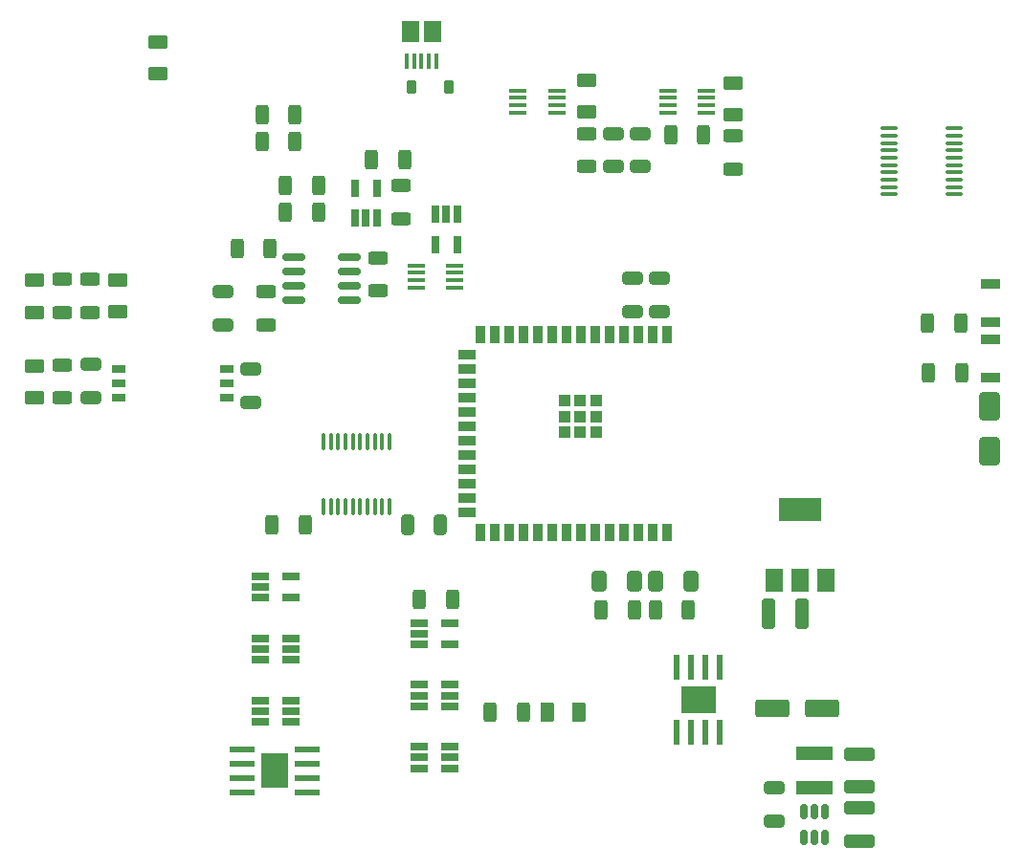
<source format=gbr>
%TF.GenerationSoftware,KiCad,Pcbnew,7.0.6*%
%TF.CreationDate,2024-01-13T22:26:51-05:00*%
%TF.ProjectId,Arch_Bridge,41726368-5f42-4726-9964-67652e6b6963,rev?*%
%TF.SameCoordinates,Original*%
%TF.FileFunction,Paste,Top*%
%TF.FilePolarity,Positive*%
%FSLAX46Y46*%
G04 Gerber Fmt 4.6, Leading zero omitted, Abs format (unit mm)*
G04 Created by KiCad (PCBNEW 7.0.6) date 2024-01-13 22:26:51*
%MOMM*%
%LPD*%
G01*
G04 APERTURE LIST*
G04 Aperture macros list*
%AMRoundRect*
0 Rectangle with rounded corners*
0 $1 Rounding radius*
0 $2 $3 $4 $5 $6 $7 $8 $9 X,Y pos of 4 corners*
0 Add a 4 corners polygon primitive as box body*
4,1,4,$2,$3,$4,$5,$6,$7,$8,$9,$2,$3,0*
0 Add four circle primitives for the rounded corners*
1,1,$1+$1,$2,$3*
1,1,$1+$1,$4,$5*
1,1,$1+$1,$6,$7*
1,1,$1+$1,$8,$9*
0 Add four rect primitives between the rounded corners*
20,1,$1+$1,$2,$3,$4,$5,0*
20,1,$1+$1,$4,$5,$6,$7,0*
20,1,$1+$1,$6,$7,$8,$9,0*
20,1,$1+$1,$8,$9,$2,$3,0*%
G04 Aperture macros list end*
%ADD10R,0.900000X1.500000*%
%ADD11R,1.500000X0.900000*%
%ADD12R,1.000000X1.000000*%
%ADD13RoundRect,0.250000X0.625000X-0.375000X0.625000X0.375000X-0.625000X0.375000X-0.625000X-0.375000X0*%
%ADD14RoundRect,0.250000X0.312500X0.625000X-0.312500X0.625000X-0.312500X-0.625000X0.312500X-0.625000X0*%
%ADD15R,1.700000X0.900000*%
%ADD16RoundRect,0.250000X-0.625000X0.375000X-0.625000X-0.375000X0.625000X-0.375000X0.625000X0.375000X0*%
%ADD17RoundRect,0.250000X-0.650000X0.325000X-0.650000X-0.325000X0.650000X-0.325000X0.650000X0.325000X0*%
%ADD18R,1.560000X0.650000*%
%ADD19RoundRect,0.250000X-0.625000X0.312500X-0.625000X-0.312500X0.625000X-0.312500X0.625000X0.312500X0*%
%ADD20RoundRect,0.250000X0.325000X1.100000X-0.325000X1.100000X-0.325000X-1.100000X0.325000X-1.100000X0*%
%ADD21RoundRect,0.250000X-0.312500X-0.625000X0.312500X-0.625000X0.312500X0.625000X-0.312500X0.625000X0*%
%ADD22RoundRect,0.250000X-0.325000X-0.650000X0.325000X-0.650000X0.325000X0.650000X-0.325000X0.650000X0*%
%ADD23R,1.300000X0.800000*%
%ADD24R,0.400000X1.350000*%
%ADD25R,1.500000X1.900000*%
%ADD26R,2.400000X3.100000*%
%ADD27R,2.200000X0.500000*%
%ADD28RoundRect,0.150000X0.150000X-0.512500X0.150000X0.512500X-0.150000X0.512500X-0.150000X-0.512500X0*%
%ADD29R,1.600000X0.300000*%
%ADD30RoundRect,0.150000X0.825000X0.150000X-0.825000X0.150000X-0.825000X-0.150000X0.825000X-0.150000X0*%
%ADD31R,0.650000X1.560000*%
%ADD32RoundRect,0.250000X0.412500X0.650000X-0.412500X0.650000X-0.412500X-0.650000X0.412500X-0.650000X0*%
%ADD33RoundRect,0.250000X-0.412500X-0.650000X0.412500X-0.650000X0.412500X0.650000X-0.412500X0.650000X0*%
%ADD34R,1.500000X2.000000*%
%ADD35R,3.800000X2.000000*%
%ADD36RoundRect,0.250000X1.100000X-0.325000X1.100000X0.325000X-1.100000X0.325000X-1.100000X-0.325000X0*%
%ADD37RoundRect,0.250000X0.625000X-0.312500X0.625000X0.312500X-0.625000X0.312500X-0.625000X-0.312500X0*%
%ADD38RoundRect,0.250000X-1.100000X0.325000X-1.100000X-0.325000X1.100000X-0.325000X1.100000X0.325000X0*%
%ADD39RoundRect,0.100000X-0.100000X0.637500X-0.100000X-0.637500X0.100000X-0.637500X0.100000X0.637500X0*%
%ADD40R,3.300000X1.200000*%
%ADD41RoundRect,0.250000X0.650000X-1.000000X0.650000X1.000000X-0.650000X1.000000X-0.650000X-1.000000X0*%
%ADD42RoundRect,0.250000X-0.375000X-0.625000X0.375000X-0.625000X0.375000X0.625000X-0.375000X0.625000X0*%
%ADD43RoundRect,0.225000X-0.225000X-0.375000X0.225000X-0.375000X0.225000X0.375000X-0.225000X0.375000X0*%
%ADD44RoundRect,0.250000X0.650000X-0.325000X0.650000X0.325000X-0.650000X0.325000X-0.650000X-0.325000X0*%
%ADD45R,3.100000X2.400000*%
%ADD46R,0.500000X2.200000*%
%ADD47RoundRect,0.250000X1.250000X0.550000X-1.250000X0.550000X-1.250000X-0.550000X1.250000X-0.550000X0*%
%ADD48RoundRect,0.100000X-0.637500X-0.100000X0.637500X-0.100000X0.637500X0.100000X-0.637500X0.100000X0*%
G04 APERTURE END LIST*
D10*
%TO.C,U11*%
X78010000Y-48395000D03*
X76740000Y-48395000D03*
X75470000Y-48395000D03*
X74200000Y-48395000D03*
X72930000Y-48395000D03*
X71660000Y-48395000D03*
X70390000Y-48395000D03*
X69120000Y-48395000D03*
X67850000Y-48395000D03*
X66580000Y-48395000D03*
X65310000Y-48395000D03*
X64040000Y-48395000D03*
X62770000Y-48395000D03*
X61500000Y-48395000D03*
D11*
X60250000Y-50160000D03*
X60250000Y-51430000D03*
X60250000Y-52700000D03*
X60250000Y-53970000D03*
X60250000Y-55240000D03*
X60250000Y-56510000D03*
X60250000Y-57780000D03*
X60250000Y-59050000D03*
X60250000Y-60320000D03*
X60250000Y-61590000D03*
X60250000Y-62860000D03*
X60250000Y-64130000D03*
D10*
X61500000Y-65895000D03*
X62770000Y-65895000D03*
X64040000Y-65895000D03*
X65310000Y-65895000D03*
X66580000Y-65895000D03*
X67850000Y-65895000D03*
X69120000Y-65895000D03*
X70390000Y-65895000D03*
X71660000Y-65895000D03*
X72930000Y-65895000D03*
X74200000Y-65895000D03*
X75470000Y-65895000D03*
X76740000Y-65895000D03*
X78010000Y-65895000D03*
D12*
X71690000Y-54245000D03*
X70290000Y-54245000D03*
X68890000Y-54245000D03*
X71690000Y-55645000D03*
X70290000Y-55645000D03*
X68890000Y-55645000D03*
X71690000Y-57045000D03*
X70290000Y-57045000D03*
X68890000Y-57045000D03*
%TD*%
D13*
%TO.C,F2*%
X32950000Y-25300000D03*
X32950000Y-22500000D03*
%TD*%
D14*
%TO.C,R3*%
X47162500Y-37550000D03*
X44237500Y-37550000D03*
%TD*%
D15*
%TO.C,BOOT1*%
X106600000Y-48775000D03*
X106600000Y-52175000D03*
%TD*%
D16*
%TO.C,D4*%
X22000000Y-51200000D03*
X22000000Y-54000000D03*
%TD*%
D17*
%TO.C,CU6*%
X41150000Y-51475000D03*
X41150000Y-54425000D03*
%TD*%
D18*
%TO.C,U16*%
X56050000Y-73925000D03*
X56050000Y-74875000D03*
X56050000Y-75825000D03*
X58750000Y-75825000D03*
X58750000Y-73925000D03*
%TD*%
D19*
%TO.C,R21*%
X83800000Y-30800000D03*
X83800000Y-33725000D03*
%TD*%
%TO.C,R6*%
X42525000Y-44575000D03*
X42525000Y-47500000D03*
%TD*%
D20*
%TO.C,C4*%
X86975000Y-73150000D03*
X89925000Y-73150000D03*
%TD*%
D14*
%TO.C,R23*%
X59012500Y-71800000D03*
X56087500Y-71800000D03*
%TD*%
D21*
%TO.C,R5*%
X39925000Y-40750000D03*
X42850000Y-40750000D03*
%TD*%
D22*
%TO.C,C10*%
X55000000Y-65250000D03*
X57950000Y-65250000D03*
%TD*%
D13*
%TO.C,D1*%
X29400000Y-46375000D03*
X29400000Y-43575000D03*
%TD*%
D19*
%TO.C,R4*%
X54450000Y-35187500D03*
X54450000Y-38112500D03*
%TD*%
D23*
%TO.C,U6*%
X29500000Y-51460000D03*
X29500000Y-52730000D03*
X29500000Y-54000000D03*
X39000000Y-54000000D03*
X39000000Y-52730000D03*
X39000000Y-51460000D03*
%TD*%
D13*
%TO.C,D8*%
X70900000Y-28700000D03*
X70900000Y-25900000D03*
%TD*%
D24*
%TO.C,USB1*%
X57550000Y-24212500D03*
X56900000Y-24212500D03*
X56250000Y-24212500D03*
X55600000Y-24212500D03*
X54950000Y-24212500D03*
D25*
X57250000Y-21512500D03*
X55250000Y-21512500D03*
%TD*%
D26*
%TO.C,U7*%
X43250000Y-87000000D03*
D27*
X46125000Y-88905000D03*
X46125000Y-87635000D03*
X46125000Y-86365000D03*
X46125000Y-85095000D03*
X40375000Y-85095000D03*
X40375000Y-86365000D03*
X40375000Y-87635000D03*
X40375000Y-88905000D03*
%TD*%
D14*
%TO.C,R17*%
X103962500Y-47350000D03*
X101037500Y-47350000D03*
%TD*%
D28*
%TO.C,U1*%
X90050000Y-92887500D03*
X91000000Y-92887500D03*
X91950000Y-92887500D03*
X91950000Y-90612500D03*
X91000000Y-90612500D03*
X90050000Y-90612500D03*
%TD*%
D17*
%TO.C,CU11*%
X77300000Y-43425000D03*
X77300000Y-46375000D03*
%TD*%
D18*
%TO.C,U10*%
X42022500Y-69800000D03*
X42022500Y-70750000D03*
X42022500Y-71700000D03*
X44722500Y-71700000D03*
X44722500Y-69800000D03*
%TD*%
D29*
%TO.C,U12*%
X64800000Y-26775000D03*
X64800000Y-27425000D03*
X64800000Y-28075000D03*
X64800000Y-28725000D03*
X68200000Y-28725000D03*
X68200000Y-28075000D03*
X68200000Y-27425000D03*
X68200000Y-26775000D03*
%TD*%
D30*
%TO.C,U3*%
X49900000Y-45350000D03*
X49900000Y-44080000D03*
X49900000Y-42810000D03*
X49900000Y-41540000D03*
X44950000Y-41540000D03*
X44950000Y-42810000D03*
X44950000Y-44080000D03*
X44950000Y-45350000D03*
%TD*%
D31*
%TO.C,U4*%
X50400000Y-38100000D03*
X51350000Y-38100000D03*
X52300000Y-38100000D03*
X52300000Y-35400000D03*
X50400000Y-35400000D03*
%TD*%
D32*
%TO.C,C12*%
X71937500Y-70250000D03*
X75062500Y-70250000D03*
%TD*%
D33*
%TO.C,C13*%
X76937500Y-70250000D03*
X80062500Y-70250000D03*
%TD*%
D34*
%TO.C,U2*%
X87450000Y-70150000D03*
X89750000Y-70150000D03*
D35*
X89750000Y-63850000D03*
D34*
X92050000Y-70150000D03*
%TD*%
D18*
%TO.C,U9*%
X42022500Y-75300000D03*
X42022500Y-76250000D03*
X42022500Y-77200000D03*
X44722500Y-77200000D03*
X44722500Y-76250000D03*
X44722500Y-75300000D03*
%TD*%
D14*
%TO.C,R10*%
X45075000Y-28900000D03*
X42150000Y-28900000D03*
%TD*%
D21*
%TO.C,R18*%
X72137500Y-72750000D03*
X75062500Y-72750000D03*
%TD*%
D36*
%TO.C,C1*%
X95000000Y-93225000D03*
X95000000Y-90275000D03*
%TD*%
D37*
%TO.C,R8*%
X24500000Y-46425000D03*
X24500000Y-43500000D03*
%TD*%
D21*
%TO.C,R2*%
X44237500Y-35200000D03*
X47162500Y-35200000D03*
%TD*%
D19*
%TO.C,R1*%
X26925000Y-43475000D03*
X26925000Y-46400000D03*
%TD*%
D21*
%TO.C,R15*%
X62337500Y-81800000D03*
X65262500Y-81800000D03*
%TD*%
D31*
%TO.C,U5*%
X59400000Y-37750000D03*
X58450000Y-37750000D03*
X57500000Y-37750000D03*
X57500000Y-40450000D03*
X59400000Y-40450000D03*
%TD*%
D38*
%TO.C,C3*%
X95000000Y-85525000D03*
X95000000Y-88475000D03*
%TD*%
D37*
%TO.C,R7*%
X52400000Y-44525000D03*
X52400000Y-41600000D03*
%TD*%
D39*
%TO.C,U19*%
X53425000Y-57887500D03*
X52775000Y-57887500D03*
X52125000Y-57887500D03*
X51475000Y-57887500D03*
X50825000Y-57887500D03*
X50175000Y-57887500D03*
X49525000Y-57887500D03*
X48875000Y-57887500D03*
X48225000Y-57887500D03*
X47575000Y-57887500D03*
X47575000Y-63612500D03*
X48225000Y-63612500D03*
X48875000Y-63612500D03*
X49525000Y-63612500D03*
X50175000Y-63612500D03*
X50825000Y-63612500D03*
X51475000Y-63612500D03*
X52125000Y-63612500D03*
X52775000Y-63612500D03*
X53425000Y-63612500D03*
%TD*%
D14*
%TO.C,R16*%
X81212500Y-30650000D03*
X78287500Y-30650000D03*
%TD*%
D40*
%TO.C,L1*%
X91000000Y-88550000D03*
X91000000Y-85450000D03*
%TD*%
D41*
%TO.C,D6*%
X106500000Y-58750000D03*
X106500000Y-54750000D03*
%TD*%
D18*
%TO.C,U8*%
X42022500Y-80800000D03*
X42022500Y-81750000D03*
X42022500Y-82700000D03*
X44722500Y-82700000D03*
X44722500Y-81750000D03*
X44722500Y-80800000D03*
%TD*%
D15*
%TO.C,RESET1*%
X106600000Y-43900000D03*
X106600000Y-47300000D03*
%TD*%
D42*
%TO.C,F3*%
X70200000Y-81800000D03*
X67400000Y-81800000D03*
%TD*%
D14*
%TO.C,R11*%
X45075000Y-31300000D03*
X42150000Y-31300000D03*
%TD*%
D43*
%TO.C,D9*%
X55350000Y-26500000D03*
X58650000Y-26500000D03*
%TD*%
D29*
%TO.C,U18*%
X55800000Y-42275000D03*
X55800000Y-42925000D03*
X55800000Y-43575000D03*
X55800000Y-44225000D03*
X59200000Y-44225000D03*
X59200000Y-43575000D03*
X59200000Y-42925000D03*
X59200000Y-42275000D03*
%TD*%
D21*
%TO.C,R19*%
X51837500Y-32900000D03*
X54762500Y-32900000D03*
%TD*%
D17*
%TO.C,C6*%
X27000000Y-51050000D03*
X27000000Y-54000000D03*
%TD*%
D14*
%TO.C,R22*%
X45962500Y-65250000D03*
X43037500Y-65250000D03*
%TD*%
D44*
%TO.C,C7*%
X74930000Y-46370000D03*
X74930000Y-43420000D03*
%TD*%
D18*
%TO.C,U14*%
X56050000Y-84900000D03*
X56050000Y-85850000D03*
X56050000Y-86800000D03*
X58750000Y-86800000D03*
X58750000Y-85850000D03*
X58750000Y-84900000D03*
%TD*%
D19*
%TO.C,R24*%
X70900000Y-30600000D03*
X70900000Y-33525000D03*
%TD*%
D21*
%TO.C,R20*%
X101100000Y-51750000D03*
X104025000Y-51750000D03*
%TD*%
D45*
%TO.C,U13*%
X80750000Y-80750000D03*
D46*
X82655000Y-77875000D03*
X81385000Y-77875000D03*
X80115000Y-77875000D03*
X78845000Y-77875000D03*
X78845000Y-83625000D03*
X80115000Y-83625000D03*
X81385000Y-83625000D03*
X82655000Y-83625000D03*
%TD*%
D47*
%TO.C,C2*%
X91700000Y-81500000D03*
X87300000Y-81500000D03*
%TD*%
D17*
%TO.C,C11*%
X75650000Y-30575000D03*
X75650000Y-33525000D03*
%TD*%
D13*
%TO.C,D7*%
X83800000Y-28950000D03*
X83800000Y-26150000D03*
%TD*%
D17*
%TO.C,C9*%
X73250000Y-30575000D03*
X73250000Y-33525000D03*
%TD*%
D14*
%TO.C,R13*%
X79862500Y-72750000D03*
X76937500Y-72750000D03*
%TD*%
D18*
%TO.C,U15*%
X56050000Y-79400000D03*
X56050000Y-80350000D03*
X56050000Y-81300000D03*
X58750000Y-81300000D03*
X58750000Y-80350000D03*
X58750000Y-79400000D03*
%TD*%
D29*
%TO.C,U17*%
X78050000Y-26775000D03*
X78050000Y-27425000D03*
X78050000Y-28075000D03*
X78050000Y-28725000D03*
X81450000Y-28725000D03*
X81450000Y-28075000D03*
X81450000Y-27425000D03*
X81450000Y-26775000D03*
%TD*%
D48*
%TO.C,U20*%
X97637500Y-30125000D03*
X97637500Y-30775000D03*
X97637500Y-31425000D03*
X97637500Y-32075000D03*
X97637500Y-32725000D03*
X97637500Y-33375000D03*
X97637500Y-34025000D03*
X97637500Y-34675000D03*
X97637500Y-35325000D03*
X97637500Y-35975000D03*
X103362500Y-35975000D03*
X103362500Y-35325000D03*
X103362500Y-34675000D03*
X103362500Y-34025000D03*
X103362500Y-33375000D03*
X103362500Y-32725000D03*
X103362500Y-32075000D03*
X103362500Y-31425000D03*
X103362500Y-30775000D03*
X103362500Y-30125000D03*
%TD*%
D44*
%TO.C,C8*%
X38700000Y-47500000D03*
X38700000Y-44550000D03*
%TD*%
D13*
%TO.C,D2*%
X22000000Y-46400000D03*
X22000000Y-43600000D03*
%TD*%
D44*
%TO.C,C5*%
X87500000Y-91475000D03*
X87500000Y-88525000D03*
%TD*%
D19*
%TO.C,R12*%
X24500000Y-51075000D03*
X24500000Y-54000000D03*
%TD*%
M02*

</source>
